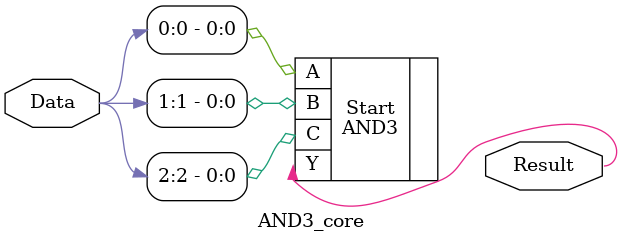
<source format=v>
`timescale 1 ns/100 ps


module AND3_core(
       Data,
       Result
    );
input  [2:0] Data;
output Result;

    
    AND3 Start (.A(Data[0]), .B(Data[1]), .C(Data[2]), .Y(Result));
    
endmodule

// _Disclaimer: Please leave the following comments in the file, they are for internal purposes only._


// _GEN_File_Contents_

// Version:11.9.0.4
// ACTGENU_CALL:1
// BATCH:T
// FAM:PA3LC
// OUTFORMAT:Verilog
// LPMTYPE:LPM_AND
// LPM_HINT:NONE
// INSERT_PAD:NO
// INSERT_IOREG:NO
// GEN_BHV_VHDL_VAL:F
// GEN_BHV_VERILOG_VAL:F
// MGNTIMER:F
// MGNCMPL:T
// DESDIR:C:/Users/micha/SynologyDrive/Engineering/Projects/CHESS OBC/SoC/LiberoProjects/Clyde/Clyde/smartgen\AND3_core
// GEN_BEHV_MODULE:F
// SMARTGEN_DIE:IS4X2M1
// SMARTGEN_PACKAGE:tq144
// AGENIII_IS_SUBPROJECT_LIBERO:T
// SIZE:3
// RESULT_POLARITY:1

// _End_Comments_


</source>
